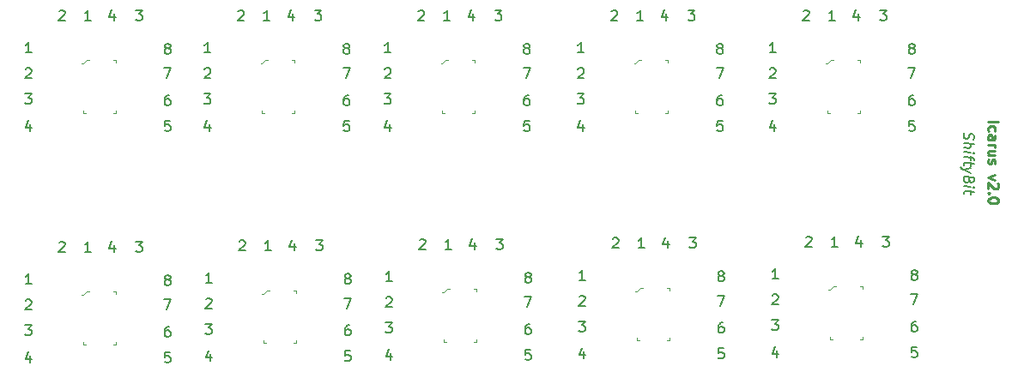
<source format=gbr>
G04 #@! TF.GenerationSoftware,KiCad,Pcbnew,(5.1.4)-1*
G04 #@! TF.CreationDate,2019-11-19T12:22:33-05:00*
G04 #@! TF.ProjectId,bob_ws2811_driver,626f625f-7773-4323-9831-315f64726976,rev?*
G04 #@! TF.SameCoordinates,Original*
G04 #@! TF.FileFunction,Legend,Top*
G04 #@! TF.FilePolarity,Positive*
%FSLAX46Y46*%
G04 Gerber Fmt 4.6, Leading zero omitted, Abs format (unit mm)*
G04 Created by KiCad (PCBNEW (5.1.4)-1) date 2019-11-19 12:22:33*
%MOMM*%
%LPD*%
G04 APERTURE LIST*
%ADD10C,0.150000*%
%ADD11C,0.250000*%
%ADD12C,0.100000*%
G04 APERTURE END LIST*
D10*
X195556238Y-46483586D02*
X195508619Y-46620491D01*
X195508619Y-46858586D01*
X195556238Y-46959776D01*
X195603857Y-47013348D01*
X195699095Y-47072872D01*
X195794333Y-47084776D01*
X195889571Y-47049062D01*
X195937190Y-47007395D01*
X195984809Y-46918110D01*
X196032428Y-46733586D01*
X196080047Y-46644300D01*
X196127666Y-46602633D01*
X196222904Y-46566919D01*
X196318142Y-46578824D01*
X196413380Y-46638348D01*
X196461000Y-46691919D01*
X196508619Y-46793110D01*
X196508619Y-47031205D01*
X196461000Y-47168110D01*
X195508619Y-47477633D02*
X196508619Y-47602633D01*
X195508619Y-47906205D02*
X196032428Y-47971681D01*
X196127666Y-47935967D01*
X196175285Y-47846681D01*
X196175285Y-47703824D01*
X196127666Y-47602633D01*
X196080047Y-47549062D01*
X195508619Y-48382395D02*
X196175285Y-48465729D01*
X196508619Y-48507395D02*
X196461000Y-48453824D01*
X196413380Y-48495491D01*
X196461000Y-48549062D01*
X196508619Y-48507395D01*
X196413380Y-48495491D01*
X196175285Y-48799062D02*
X196175285Y-49180014D01*
X195508619Y-48858586D02*
X196365761Y-48965729D01*
X196461000Y-49025252D01*
X196508619Y-49126443D01*
X196508619Y-49221681D01*
X196175285Y-49370491D02*
X196175285Y-49751443D01*
X196508619Y-49555014D02*
X195651476Y-49447872D01*
X195556238Y-49483586D01*
X195508619Y-49572872D01*
X195508619Y-49668110D01*
X196175285Y-49989538D02*
X195508619Y-50144300D01*
X196175285Y-50465729D02*
X195508619Y-50144300D01*
X195270523Y-50019300D01*
X195222904Y-49965729D01*
X195175285Y-49864538D01*
X196032428Y-51162157D02*
X195984809Y-51299062D01*
X195937190Y-51340729D01*
X195841952Y-51376443D01*
X195699095Y-51358586D01*
X195603857Y-51299062D01*
X195556238Y-51245491D01*
X195508619Y-51144300D01*
X195508619Y-50763348D01*
X196508619Y-50888348D01*
X196508619Y-51221681D01*
X196461000Y-51310967D01*
X196413380Y-51352633D01*
X196318142Y-51388348D01*
X196222904Y-51376443D01*
X196127666Y-51316919D01*
X196080047Y-51263348D01*
X196032428Y-51162157D01*
X196032428Y-50828824D01*
X195508619Y-51763348D02*
X196175285Y-51846681D01*
X196508619Y-51888348D02*
X196461000Y-51834776D01*
X196413380Y-51876443D01*
X196461000Y-51930014D01*
X196508619Y-51888348D01*
X196413380Y-51876443D01*
X196175285Y-52180014D02*
X196175285Y-52560967D01*
X196508619Y-52364538D02*
X195651476Y-52257395D01*
X195556238Y-52293110D01*
X195508619Y-52382395D01*
X195508619Y-52477633D01*
D11*
X197921619Y-45403000D02*
X198921619Y-45403000D01*
X197969238Y-46307761D02*
X197921619Y-46212523D01*
X197921619Y-46022047D01*
X197969238Y-45926809D01*
X198016857Y-45879190D01*
X198112095Y-45831571D01*
X198397809Y-45831571D01*
X198493047Y-45879190D01*
X198540666Y-45926809D01*
X198588285Y-46022047D01*
X198588285Y-46212523D01*
X198540666Y-46307761D01*
X197921619Y-47164904D02*
X198445428Y-47164904D01*
X198540666Y-47117285D01*
X198588285Y-47022047D01*
X198588285Y-46831571D01*
X198540666Y-46736333D01*
X197969238Y-47164904D02*
X197921619Y-47069666D01*
X197921619Y-46831571D01*
X197969238Y-46736333D01*
X198064476Y-46688714D01*
X198159714Y-46688714D01*
X198254952Y-46736333D01*
X198302571Y-46831571D01*
X198302571Y-47069666D01*
X198350190Y-47164904D01*
X197921619Y-47641095D02*
X198588285Y-47641095D01*
X198397809Y-47641095D02*
X198493047Y-47688714D01*
X198540666Y-47736333D01*
X198588285Y-47831571D01*
X198588285Y-47926809D01*
X198588285Y-48688714D02*
X197921619Y-48688714D01*
X198588285Y-48260142D02*
X198064476Y-48260142D01*
X197969238Y-48307761D01*
X197921619Y-48403000D01*
X197921619Y-48545857D01*
X197969238Y-48641095D01*
X198016857Y-48688714D01*
X197969238Y-49117285D02*
X197921619Y-49212523D01*
X197921619Y-49403000D01*
X197969238Y-49498238D01*
X198064476Y-49545857D01*
X198112095Y-49545857D01*
X198207333Y-49498238D01*
X198254952Y-49403000D01*
X198254952Y-49260142D01*
X198302571Y-49164904D01*
X198397809Y-49117285D01*
X198445428Y-49117285D01*
X198540666Y-49164904D01*
X198588285Y-49260142D01*
X198588285Y-49403000D01*
X198540666Y-49498238D01*
X198588285Y-50641095D02*
X197921619Y-50879190D01*
X198588285Y-51117285D01*
X198826380Y-51450619D02*
X198874000Y-51498238D01*
X198921619Y-51593476D01*
X198921619Y-51831571D01*
X198874000Y-51926809D01*
X198826380Y-51974428D01*
X198731142Y-52022047D01*
X198635904Y-52022047D01*
X198493047Y-51974428D01*
X197921619Y-51403000D01*
X197921619Y-52022047D01*
X198016857Y-52450619D02*
X197969238Y-52498238D01*
X197921619Y-52450619D01*
X197969238Y-52403000D01*
X198016857Y-52450619D01*
X197921619Y-52450619D01*
X198921619Y-53117285D02*
X198921619Y-53212523D01*
X198874000Y-53307761D01*
X198826380Y-53355380D01*
X198731142Y-53403000D01*
X198540666Y-53450619D01*
X198302571Y-53450619D01*
X198112095Y-53403000D01*
X198016857Y-53355380D01*
X197969238Y-53307761D01*
X197921619Y-53212523D01*
X197921619Y-53117285D01*
X197969238Y-53022047D01*
X198016857Y-52974428D01*
X198112095Y-52926809D01*
X198302571Y-52879190D01*
X198540666Y-52879190D01*
X198731142Y-52926809D01*
X198826380Y-52974428D01*
X198874000Y-53022047D01*
X198921619Y-53117285D01*
D10*
X190611095Y-45299380D02*
X190134904Y-45299380D01*
X190087285Y-45775571D01*
X190134904Y-45727952D01*
X190230142Y-45680333D01*
X190468238Y-45680333D01*
X190563476Y-45727952D01*
X190611095Y-45775571D01*
X190658714Y-45870809D01*
X190658714Y-46108904D01*
X190611095Y-46204142D01*
X190563476Y-46251761D01*
X190468238Y-46299380D01*
X190230142Y-46299380D01*
X190134904Y-46251761D01*
X190087285Y-46204142D01*
X190563476Y-42759380D02*
X190373000Y-42759380D01*
X190277761Y-42807000D01*
X190230142Y-42854619D01*
X190134904Y-42997476D01*
X190087285Y-43187952D01*
X190087285Y-43568904D01*
X190134904Y-43664142D01*
X190182523Y-43711761D01*
X190277761Y-43759380D01*
X190468238Y-43759380D01*
X190563476Y-43711761D01*
X190611095Y-43664142D01*
X190658714Y-43568904D01*
X190658714Y-43330809D01*
X190611095Y-43235571D01*
X190563476Y-43187952D01*
X190468238Y-43140333D01*
X190277761Y-43140333D01*
X190182523Y-43187952D01*
X190134904Y-43235571D01*
X190087285Y-43330809D01*
X190277761Y-38107952D02*
X190182523Y-38060333D01*
X190134904Y-38012714D01*
X190087285Y-37917476D01*
X190087285Y-37869857D01*
X190134904Y-37774619D01*
X190182523Y-37727000D01*
X190277761Y-37679380D01*
X190468238Y-37679380D01*
X190563476Y-37727000D01*
X190611095Y-37774619D01*
X190658714Y-37869857D01*
X190658714Y-37917476D01*
X190611095Y-38012714D01*
X190563476Y-38060333D01*
X190468238Y-38107952D01*
X190277761Y-38107952D01*
X190182523Y-38155571D01*
X190134904Y-38203190D01*
X190087285Y-38298428D01*
X190087285Y-38488904D01*
X190134904Y-38584142D01*
X190182523Y-38631761D01*
X190277761Y-38679380D01*
X190468238Y-38679380D01*
X190563476Y-38631761D01*
X190611095Y-38584142D01*
X190658714Y-38488904D01*
X190658714Y-38298428D01*
X190611095Y-38203190D01*
X190563476Y-38155571D01*
X190468238Y-38107952D01*
X176942714Y-38552380D02*
X176371285Y-38552380D01*
X176657000Y-38552380D02*
X176657000Y-37552380D01*
X176561761Y-37695238D01*
X176466523Y-37790476D01*
X176371285Y-37838095D01*
X179673285Y-34472619D02*
X179720904Y-34425000D01*
X179816142Y-34377380D01*
X180054238Y-34377380D01*
X180149476Y-34425000D01*
X180197095Y-34472619D01*
X180244714Y-34567857D01*
X180244714Y-34663095D01*
X180197095Y-34805952D01*
X179625666Y-35377380D01*
X180244714Y-35377380D01*
X176371285Y-40187619D02*
X176418904Y-40140000D01*
X176514142Y-40092380D01*
X176752238Y-40092380D01*
X176847476Y-40140000D01*
X176895095Y-40187619D01*
X176942714Y-40282857D01*
X176942714Y-40378095D01*
X176895095Y-40520952D01*
X176323666Y-41092380D01*
X176942714Y-41092380D01*
X176847476Y-45632714D02*
X176847476Y-46299380D01*
X176609380Y-45251761D02*
X176371285Y-45966047D01*
X176990333Y-45966047D01*
X187245666Y-34377380D02*
X187864714Y-34377380D01*
X187531380Y-34758333D01*
X187674238Y-34758333D01*
X187769476Y-34805952D01*
X187817095Y-34853571D01*
X187864714Y-34948809D01*
X187864714Y-35186904D01*
X187817095Y-35282142D01*
X187769476Y-35329761D01*
X187674238Y-35377380D01*
X187388523Y-35377380D01*
X187293285Y-35329761D01*
X187245666Y-35282142D01*
X182784714Y-35377380D02*
X182213285Y-35377380D01*
X182499000Y-35377380D02*
X182499000Y-34377380D01*
X182403761Y-34520238D01*
X182308523Y-34615476D01*
X182213285Y-34663095D01*
X176323666Y-42632380D02*
X176942714Y-42632380D01*
X176609380Y-43013333D01*
X176752238Y-43013333D01*
X176847476Y-43060952D01*
X176895095Y-43108571D01*
X176942714Y-43203809D01*
X176942714Y-43441904D01*
X176895095Y-43537142D01*
X176847476Y-43584761D01*
X176752238Y-43632380D01*
X176466523Y-43632380D01*
X176371285Y-43584761D01*
X176323666Y-43537142D01*
X190039666Y-40092380D02*
X190706333Y-40092380D01*
X190277761Y-41092380D01*
X185102476Y-34710714D02*
X185102476Y-35377380D01*
X184864380Y-34329761D02*
X184626285Y-35044047D01*
X185245333Y-35044047D01*
X171688095Y-45299380D02*
X171211904Y-45299380D01*
X171164285Y-45775571D01*
X171211904Y-45727952D01*
X171307142Y-45680333D01*
X171545238Y-45680333D01*
X171640476Y-45727952D01*
X171688095Y-45775571D01*
X171735714Y-45870809D01*
X171735714Y-46108904D01*
X171688095Y-46204142D01*
X171640476Y-46251761D01*
X171545238Y-46299380D01*
X171307142Y-46299380D01*
X171211904Y-46251761D01*
X171164285Y-46204142D01*
X171640476Y-42759380D02*
X171450000Y-42759380D01*
X171354761Y-42807000D01*
X171307142Y-42854619D01*
X171211904Y-42997476D01*
X171164285Y-43187952D01*
X171164285Y-43568904D01*
X171211904Y-43664142D01*
X171259523Y-43711761D01*
X171354761Y-43759380D01*
X171545238Y-43759380D01*
X171640476Y-43711761D01*
X171688095Y-43664142D01*
X171735714Y-43568904D01*
X171735714Y-43330809D01*
X171688095Y-43235571D01*
X171640476Y-43187952D01*
X171545238Y-43140333D01*
X171354761Y-43140333D01*
X171259523Y-43187952D01*
X171211904Y-43235571D01*
X171164285Y-43330809D01*
X158019714Y-38552380D02*
X157448285Y-38552380D01*
X157734000Y-38552380D02*
X157734000Y-37552380D01*
X157638761Y-37695238D01*
X157543523Y-37790476D01*
X157448285Y-37838095D01*
X171354761Y-38107952D02*
X171259523Y-38060333D01*
X171211904Y-38012714D01*
X171164285Y-37917476D01*
X171164285Y-37869857D01*
X171211904Y-37774619D01*
X171259523Y-37727000D01*
X171354761Y-37679380D01*
X171545238Y-37679380D01*
X171640476Y-37727000D01*
X171688095Y-37774619D01*
X171735714Y-37869857D01*
X171735714Y-37917476D01*
X171688095Y-38012714D01*
X171640476Y-38060333D01*
X171545238Y-38107952D01*
X171354761Y-38107952D01*
X171259523Y-38155571D01*
X171211904Y-38203190D01*
X171164285Y-38298428D01*
X171164285Y-38488904D01*
X171211904Y-38584142D01*
X171259523Y-38631761D01*
X171354761Y-38679380D01*
X171545238Y-38679380D01*
X171640476Y-38631761D01*
X171688095Y-38584142D01*
X171735714Y-38488904D01*
X171735714Y-38298428D01*
X171688095Y-38203190D01*
X171640476Y-38155571D01*
X171545238Y-38107952D01*
X157448285Y-40187619D02*
X157495904Y-40140000D01*
X157591142Y-40092380D01*
X157829238Y-40092380D01*
X157924476Y-40140000D01*
X157972095Y-40187619D01*
X158019714Y-40282857D01*
X158019714Y-40378095D01*
X157972095Y-40520952D01*
X157400666Y-41092380D01*
X158019714Y-41092380D01*
X157924476Y-45632714D02*
X157924476Y-46299380D01*
X157686380Y-45251761D02*
X157448285Y-45966047D01*
X158067333Y-45966047D01*
X168322666Y-34377380D02*
X168941714Y-34377380D01*
X168608380Y-34758333D01*
X168751238Y-34758333D01*
X168846476Y-34805952D01*
X168894095Y-34853571D01*
X168941714Y-34948809D01*
X168941714Y-35186904D01*
X168894095Y-35282142D01*
X168846476Y-35329761D01*
X168751238Y-35377380D01*
X168465523Y-35377380D01*
X168370285Y-35329761D01*
X168322666Y-35282142D01*
X160750285Y-34472619D02*
X160797904Y-34425000D01*
X160893142Y-34377380D01*
X161131238Y-34377380D01*
X161226476Y-34425000D01*
X161274095Y-34472619D01*
X161321714Y-34567857D01*
X161321714Y-34663095D01*
X161274095Y-34805952D01*
X160702666Y-35377380D01*
X161321714Y-35377380D01*
X157400666Y-42632380D02*
X158019714Y-42632380D01*
X157686380Y-43013333D01*
X157829238Y-43013333D01*
X157924476Y-43060952D01*
X157972095Y-43108571D01*
X158019714Y-43203809D01*
X158019714Y-43441904D01*
X157972095Y-43537142D01*
X157924476Y-43584761D01*
X157829238Y-43632380D01*
X157543523Y-43632380D01*
X157448285Y-43584761D01*
X157400666Y-43537142D01*
X171116666Y-40092380D02*
X171783333Y-40092380D01*
X171354761Y-41092380D01*
X163861714Y-35377380D02*
X163290285Y-35377380D01*
X163576000Y-35377380D02*
X163576000Y-34377380D01*
X163480761Y-34520238D01*
X163385523Y-34615476D01*
X163290285Y-34663095D01*
X166179476Y-34710714D02*
X166179476Y-35377380D01*
X165941380Y-34329761D02*
X165703285Y-35044047D01*
X166322333Y-35044047D01*
X138969714Y-38552380D02*
X138398285Y-38552380D01*
X138684000Y-38552380D02*
X138684000Y-37552380D01*
X138588761Y-37695238D01*
X138493523Y-37790476D01*
X138398285Y-37838095D01*
X138874476Y-45632714D02*
X138874476Y-46299380D01*
X138636380Y-45251761D02*
X138398285Y-45966047D01*
X139017333Y-45966047D01*
X152590476Y-42759380D02*
X152400000Y-42759380D01*
X152304761Y-42807000D01*
X152257142Y-42854619D01*
X152161904Y-42997476D01*
X152114285Y-43187952D01*
X152114285Y-43568904D01*
X152161904Y-43664142D01*
X152209523Y-43711761D01*
X152304761Y-43759380D01*
X152495238Y-43759380D01*
X152590476Y-43711761D01*
X152638095Y-43664142D01*
X152685714Y-43568904D01*
X152685714Y-43330809D01*
X152638095Y-43235571D01*
X152590476Y-43187952D01*
X152495238Y-43140333D01*
X152304761Y-43140333D01*
X152209523Y-43187952D01*
X152161904Y-43235571D01*
X152114285Y-43330809D01*
X149272666Y-34377380D02*
X149891714Y-34377380D01*
X149558380Y-34758333D01*
X149701238Y-34758333D01*
X149796476Y-34805952D01*
X149844095Y-34853571D01*
X149891714Y-34948809D01*
X149891714Y-35186904D01*
X149844095Y-35282142D01*
X149796476Y-35329761D01*
X149701238Y-35377380D01*
X149415523Y-35377380D01*
X149320285Y-35329761D01*
X149272666Y-35282142D01*
X144811714Y-35377380D02*
X144240285Y-35377380D01*
X144526000Y-35377380D02*
X144526000Y-34377380D01*
X144430761Y-34520238D01*
X144335523Y-34615476D01*
X144240285Y-34663095D01*
X152066666Y-40092380D02*
X152733333Y-40092380D01*
X152304761Y-41092380D01*
X138398285Y-40187619D02*
X138445904Y-40140000D01*
X138541142Y-40092380D01*
X138779238Y-40092380D01*
X138874476Y-40140000D01*
X138922095Y-40187619D01*
X138969714Y-40282857D01*
X138969714Y-40378095D01*
X138922095Y-40520952D01*
X138350666Y-41092380D01*
X138969714Y-41092380D01*
X141700285Y-34472619D02*
X141747904Y-34425000D01*
X141843142Y-34377380D01*
X142081238Y-34377380D01*
X142176476Y-34425000D01*
X142224095Y-34472619D01*
X142271714Y-34567857D01*
X142271714Y-34663095D01*
X142224095Y-34805952D01*
X141652666Y-35377380D01*
X142271714Y-35377380D01*
X147129476Y-34710714D02*
X147129476Y-35377380D01*
X146891380Y-34329761D02*
X146653285Y-35044047D01*
X147272333Y-35044047D01*
X152638095Y-45299380D02*
X152161904Y-45299380D01*
X152114285Y-45775571D01*
X152161904Y-45727952D01*
X152257142Y-45680333D01*
X152495238Y-45680333D01*
X152590476Y-45727952D01*
X152638095Y-45775571D01*
X152685714Y-45870809D01*
X152685714Y-46108904D01*
X152638095Y-46204142D01*
X152590476Y-46251761D01*
X152495238Y-46299380D01*
X152257142Y-46299380D01*
X152161904Y-46251761D01*
X152114285Y-46204142D01*
X138350666Y-42632380D02*
X138969714Y-42632380D01*
X138636380Y-43013333D01*
X138779238Y-43013333D01*
X138874476Y-43060952D01*
X138922095Y-43108571D01*
X138969714Y-43203809D01*
X138969714Y-43441904D01*
X138922095Y-43537142D01*
X138874476Y-43584761D01*
X138779238Y-43632380D01*
X138493523Y-43632380D01*
X138398285Y-43584761D01*
X138350666Y-43537142D01*
X152304761Y-38107952D02*
X152209523Y-38060333D01*
X152161904Y-38012714D01*
X152114285Y-37917476D01*
X152114285Y-37869857D01*
X152161904Y-37774619D01*
X152209523Y-37727000D01*
X152304761Y-37679380D01*
X152495238Y-37679380D01*
X152590476Y-37727000D01*
X152638095Y-37774619D01*
X152685714Y-37869857D01*
X152685714Y-37917476D01*
X152638095Y-38012714D01*
X152590476Y-38060333D01*
X152495238Y-38107952D01*
X152304761Y-38107952D01*
X152209523Y-38155571D01*
X152161904Y-38203190D01*
X152114285Y-38298428D01*
X152114285Y-38488904D01*
X152161904Y-38584142D01*
X152209523Y-38631761D01*
X152304761Y-38679380D01*
X152495238Y-38679380D01*
X152590476Y-38631761D01*
X152638095Y-38584142D01*
X152685714Y-38488904D01*
X152685714Y-38298428D01*
X152638095Y-38203190D01*
X152590476Y-38155571D01*
X152495238Y-38107952D01*
X121189714Y-38552380D02*
X120618285Y-38552380D01*
X120904000Y-38552380D02*
X120904000Y-37552380D01*
X120808761Y-37695238D01*
X120713523Y-37790476D01*
X120618285Y-37838095D01*
X134858095Y-45299380D02*
X134381904Y-45299380D01*
X134334285Y-45775571D01*
X134381904Y-45727952D01*
X134477142Y-45680333D01*
X134715238Y-45680333D01*
X134810476Y-45727952D01*
X134858095Y-45775571D01*
X134905714Y-45870809D01*
X134905714Y-46108904D01*
X134858095Y-46204142D01*
X134810476Y-46251761D01*
X134715238Y-46299380D01*
X134477142Y-46299380D01*
X134381904Y-46251761D01*
X134334285Y-46204142D01*
X121094476Y-45632714D02*
X121094476Y-46299380D01*
X120856380Y-45251761D02*
X120618285Y-45966047D01*
X121237333Y-45966047D01*
X134524761Y-38107952D02*
X134429523Y-38060333D01*
X134381904Y-38012714D01*
X134334285Y-37917476D01*
X134334285Y-37869857D01*
X134381904Y-37774619D01*
X134429523Y-37727000D01*
X134524761Y-37679380D01*
X134715238Y-37679380D01*
X134810476Y-37727000D01*
X134858095Y-37774619D01*
X134905714Y-37869857D01*
X134905714Y-37917476D01*
X134858095Y-38012714D01*
X134810476Y-38060333D01*
X134715238Y-38107952D01*
X134524761Y-38107952D01*
X134429523Y-38155571D01*
X134381904Y-38203190D01*
X134334285Y-38298428D01*
X134334285Y-38488904D01*
X134381904Y-38584142D01*
X134429523Y-38631761D01*
X134524761Y-38679380D01*
X134715238Y-38679380D01*
X134810476Y-38631761D01*
X134858095Y-38584142D01*
X134905714Y-38488904D01*
X134905714Y-38298428D01*
X134858095Y-38203190D01*
X134810476Y-38155571D01*
X134715238Y-38107952D01*
X134810476Y-42759380D02*
X134620000Y-42759380D01*
X134524761Y-42807000D01*
X134477142Y-42854619D01*
X134381904Y-42997476D01*
X134334285Y-43187952D01*
X134334285Y-43568904D01*
X134381904Y-43664142D01*
X134429523Y-43711761D01*
X134524761Y-43759380D01*
X134715238Y-43759380D01*
X134810476Y-43711761D01*
X134858095Y-43664142D01*
X134905714Y-43568904D01*
X134905714Y-43330809D01*
X134858095Y-43235571D01*
X134810476Y-43187952D01*
X134715238Y-43140333D01*
X134524761Y-43140333D01*
X134429523Y-43187952D01*
X134381904Y-43235571D01*
X134334285Y-43330809D01*
X120570666Y-42632380D02*
X121189714Y-42632380D01*
X120856380Y-43013333D01*
X120999238Y-43013333D01*
X121094476Y-43060952D01*
X121142095Y-43108571D01*
X121189714Y-43203809D01*
X121189714Y-43441904D01*
X121142095Y-43537142D01*
X121094476Y-43584761D01*
X120999238Y-43632380D01*
X120713523Y-43632380D01*
X120618285Y-43584761D01*
X120570666Y-43537142D01*
X134286666Y-40092380D02*
X134953333Y-40092380D01*
X134524761Y-41092380D01*
X120618285Y-40187619D02*
X120665904Y-40140000D01*
X120761142Y-40092380D01*
X120999238Y-40092380D01*
X121094476Y-40140000D01*
X121142095Y-40187619D01*
X121189714Y-40282857D01*
X121189714Y-40378095D01*
X121142095Y-40520952D01*
X120570666Y-41092380D01*
X121189714Y-41092380D01*
X131492666Y-34377380D02*
X132111714Y-34377380D01*
X131778380Y-34758333D01*
X131921238Y-34758333D01*
X132016476Y-34805952D01*
X132064095Y-34853571D01*
X132111714Y-34948809D01*
X132111714Y-35186904D01*
X132064095Y-35282142D01*
X132016476Y-35329761D01*
X131921238Y-35377380D01*
X131635523Y-35377380D01*
X131540285Y-35329761D01*
X131492666Y-35282142D01*
X123920285Y-34472619D02*
X123967904Y-34425000D01*
X124063142Y-34377380D01*
X124301238Y-34377380D01*
X124396476Y-34425000D01*
X124444095Y-34472619D01*
X124491714Y-34567857D01*
X124491714Y-34663095D01*
X124444095Y-34805952D01*
X123872666Y-35377380D01*
X124491714Y-35377380D01*
X127031714Y-35377380D02*
X126460285Y-35377380D01*
X126746000Y-35377380D02*
X126746000Y-34377380D01*
X126650761Y-34520238D01*
X126555523Y-34615476D01*
X126460285Y-34663095D01*
X129349476Y-34710714D02*
X129349476Y-35377380D01*
X129111380Y-34329761D02*
X128873285Y-35044047D01*
X129492333Y-35044047D01*
X177196714Y-60904380D02*
X176625285Y-60904380D01*
X176911000Y-60904380D02*
X176911000Y-59904380D01*
X176815761Y-60047238D01*
X176720523Y-60142476D01*
X176625285Y-60190095D01*
X185356476Y-57062714D02*
X185356476Y-57729380D01*
X185118380Y-56681761D02*
X184880285Y-57396047D01*
X185499333Y-57396047D01*
X179927285Y-56824619D02*
X179974904Y-56777000D01*
X180070142Y-56729380D01*
X180308238Y-56729380D01*
X180403476Y-56777000D01*
X180451095Y-56824619D01*
X180498714Y-56919857D01*
X180498714Y-57015095D01*
X180451095Y-57157952D01*
X179879666Y-57729380D01*
X180498714Y-57729380D01*
X183038714Y-57729380D02*
X182467285Y-57729380D01*
X182753000Y-57729380D02*
X182753000Y-56729380D01*
X182657761Y-56872238D01*
X182562523Y-56967476D01*
X182467285Y-57015095D01*
X176577666Y-64984380D02*
X177196714Y-64984380D01*
X176863380Y-65365333D01*
X177006238Y-65365333D01*
X177101476Y-65412952D01*
X177149095Y-65460571D01*
X177196714Y-65555809D01*
X177196714Y-65793904D01*
X177149095Y-65889142D01*
X177101476Y-65936761D01*
X177006238Y-65984380D01*
X176720523Y-65984380D01*
X176625285Y-65936761D01*
X176577666Y-65889142D01*
X187499666Y-56729380D02*
X188118714Y-56729380D01*
X187785380Y-57110333D01*
X187928238Y-57110333D01*
X188023476Y-57157952D01*
X188071095Y-57205571D01*
X188118714Y-57300809D01*
X188118714Y-57538904D01*
X188071095Y-57634142D01*
X188023476Y-57681761D01*
X187928238Y-57729380D01*
X187642523Y-57729380D01*
X187547285Y-57681761D01*
X187499666Y-57634142D01*
X190817476Y-65111380D02*
X190627000Y-65111380D01*
X190531761Y-65159000D01*
X190484142Y-65206619D01*
X190388904Y-65349476D01*
X190341285Y-65539952D01*
X190341285Y-65920904D01*
X190388904Y-66016142D01*
X190436523Y-66063761D01*
X190531761Y-66111380D01*
X190722238Y-66111380D01*
X190817476Y-66063761D01*
X190865095Y-66016142D01*
X190912714Y-65920904D01*
X190912714Y-65682809D01*
X190865095Y-65587571D01*
X190817476Y-65539952D01*
X190722238Y-65492333D01*
X190531761Y-65492333D01*
X190436523Y-65539952D01*
X190388904Y-65587571D01*
X190341285Y-65682809D01*
X190531761Y-60459952D02*
X190436523Y-60412333D01*
X190388904Y-60364714D01*
X190341285Y-60269476D01*
X190341285Y-60221857D01*
X190388904Y-60126619D01*
X190436523Y-60079000D01*
X190531761Y-60031380D01*
X190722238Y-60031380D01*
X190817476Y-60079000D01*
X190865095Y-60126619D01*
X190912714Y-60221857D01*
X190912714Y-60269476D01*
X190865095Y-60364714D01*
X190817476Y-60412333D01*
X190722238Y-60459952D01*
X190531761Y-60459952D01*
X190436523Y-60507571D01*
X190388904Y-60555190D01*
X190341285Y-60650428D01*
X190341285Y-60840904D01*
X190388904Y-60936142D01*
X190436523Y-60983761D01*
X190531761Y-61031380D01*
X190722238Y-61031380D01*
X190817476Y-60983761D01*
X190865095Y-60936142D01*
X190912714Y-60840904D01*
X190912714Y-60650428D01*
X190865095Y-60555190D01*
X190817476Y-60507571D01*
X190722238Y-60459952D01*
X190865095Y-67651380D02*
X190388904Y-67651380D01*
X190341285Y-68127571D01*
X190388904Y-68079952D01*
X190484142Y-68032333D01*
X190722238Y-68032333D01*
X190817476Y-68079952D01*
X190865095Y-68127571D01*
X190912714Y-68222809D01*
X190912714Y-68460904D01*
X190865095Y-68556142D01*
X190817476Y-68603761D01*
X190722238Y-68651380D01*
X190484142Y-68651380D01*
X190388904Y-68603761D01*
X190341285Y-68556142D01*
X176625285Y-62539619D02*
X176672904Y-62492000D01*
X176768142Y-62444380D01*
X177006238Y-62444380D01*
X177101476Y-62492000D01*
X177149095Y-62539619D01*
X177196714Y-62634857D01*
X177196714Y-62730095D01*
X177149095Y-62872952D01*
X176577666Y-63444380D01*
X177196714Y-63444380D01*
X190293666Y-62444380D02*
X190960333Y-62444380D01*
X190531761Y-63444380D01*
X177101476Y-67984714D02*
X177101476Y-68651380D01*
X176863380Y-67603761D02*
X176625285Y-68318047D01*
X177244333Y-68318047D01*
X166306476Y-57189714D02*
X166306476Y-57856380D01*
X166068380Y-56808761D02*
X165830285Y-57523047D01*
X166449333Y-57523047D01*
X160877285Y-56951619D02*
X160924904Y-56904000D01*
X161020142Y-56856380D01*
X161258238Y-56856380D01*
X161353476Y-56904000D01*
X161401095Y-56951619D01*
X161448714Y-57046857D01*
X161448714Y-57142095D01*
X161401095Y-57284952D01*
X160829666Y-57856380D01*
X161448714Y-57856380D01*
X158146714Y-61031380D02*
X157575285Y-61031380D01*
X157861000Y-61031380D02*
X157861000Y-60031380D01*
X157765761Y-60174238D01*
X157670523Y-60269476D01*
X157575285Y-60317095D01*
X157527666Y-65111380D02*
X158146714Y-65111380D01*
X157813380Y-65492333D01*
X157956238Y-65492333D01*
X158051476Y-65539952D01*
X158099095Y-65587571D01*
X158146714Y-65682809D01*
X158146714Y-65920904D01*
X158099095Y-66016142D01*
X158051476Y-66063761D01*
X157956238Y-66111380D01*
X157670523Y-66111380D01*
X157575285Y-66063761D01*
X157527666Y-66016142D01*
X168449666Y-56856380D02*
X169068714Y-56856380D01*
X168735380Y-57237333D01*
X168878238Y-57237333D01*
X168973476Y-57284952D01*
X169021095Y-57332571D01*
X169068714Y-57427809D01*
X169068714Y-57665904D01*
X169021095Y-57761142D01*
X168973476Y-57808761D01*
X168878238Y-57856380D01*
X168592523Y-57856380D01*
X168497285Y-57808761D01*
X168449666Y-57761142D01*
X171767476Y-65238380D02*
X171577000Y-65238380D01*
X171481761Y-65286000D01*
X171434142Y-65333619D01*
X171338904Y-65476476D01*
X171291285Y-65666952D01*
X171291285Y-66047904D01*
X171338904Y-66143142D01*
X171386523Y-66190761D01*
X171481761Y-66238380D01*
X171672238Y-66238380D01*
X171767476Y-66190761D01*
X171815095Y-66143142D01*
X171862714Y-66047904D01*
X171862714Y-65809809D01*
X171815095Y-65714571D01*
X171767476Y-65666952D01*
X171672238Y-65619333D01*
X171481761Y-65619333D01*
X171386523Y-65666952D01*
X171338904Y-65714571D01*
X171291285Y-65809809D01*
X163988714Y-57856380D02*
X163417285Y-57856380D01*
X163703000Y-57856380D02*
X163703000Y-56856380D01*
X163607761Y-56999238D01*
X163512523Y-57094476D01*
X163417285Y-57142095D01*
X171481761Y-60586952D02*
X171386523Y-60539333D01*
X171338904Y-60491714D01*
X171291285Y-60396476D01*
X171291285Y-60348857D01*
X171338904Y-60253619D01*
X171386523Y-60206000D01*
X171481761Y-60158380D01*
X171672238Y-60158380D01*
X171767476Y-60206000D01*
X171815095Y-60253619D01*
X171862714Y-60348857D01*
X171862714Y-60396476D01*
X171815095Y-60491714D01*
X171767476Y-60539333D01*
X171672238Y-60586952D01*
X171481761Y-60586952D01*
X171386523Y-60634571D01*
X171338904Y-60682190D01*
X171291285Y-60777428D01*
X171291285Y-60967904D01*
X171338904Y-61063142D01*
X171386523Y-61110761D01*
X171481761Y-61158380D01*
X171672238Y-61158380D01*
X171767476Y-61110761D01*
X171815095Y-61063142D01*
X171862714Y-60967904D01*
X171862714Y-60777428D01*
X171815095Y-60682190D01*
X171767476Y-60634571D01*
X171672238Y-60586952D01*
X171815095Y-67778380D02*
X171338904Y-67778380D01*
X171291285Y-68254571D01*
X171338904Y-68206952D01*
X171434142Y-68159333D01*
X171672238Y-68159333D01*
X171767476Y-68206952D01*
X171815095Y-68254571D01*
X171862714Y-68349809D01*
X171862714Y-68587904D01*
X171815095Y-68683142D01*
X171767476Y-68730761D01*
X171672238Y-68778380D01*
X171434142Y-68778380D01*
X171338904Y-68730761D01*
X171291285Y-68683142D01*
X158051476Y-68111714D02*
X158051476Y-68778380D01*
X157813380Y-67730761D02*
X157575285Y-68445047D01*
X158194333Y-68445047D01*
X157575285Y-62666619D02*
X157622904Y-62619000D01*
X157718142Y-62571380D01*
X157956238Y-62571380D01*
X158051476Y-62619000D01*
X158099095Y-62666619D01*
X158146714Y-62761857D01*
X158146714Y-62857095D01*
X158099095Y-62999952D01*
X157527666Y-63571380D01*
X158146714Y-63571380D01*
X171243666Y-62571380D02*
X171910333Y-62571380D01*
X171481761Y-63571380D01*
X138477666Y-65238380D02*
X139096714Y-65238380D01*
X138763380Y-65619333D01*
X138906238Y-65619333D01*
X139001476Y-65666952D01*
X139049095Y-65714571D01*
X139096714Y-65809809D01*
X139096714Y-66047904D01*
X139049095Y-66143142D01*
X139001476Y-66190761D01*
X138906238Y-66238380D01*
X138620523Y-66238380D01*
X138525285Y-66190761D01*
X138477666Y-66143142D01*
X147256476Y-57316714D02*
X147256476Y-57983380D01*
X147018380Y-56935761D02*
X146780285Y-57650047D01*
X147399333Y-57650047D01*
X152431761Y-60713952D02*
X152336523Y-60666333D01*
X152288904Y-60618714D01*
X152241285Y-60523476D01*
X152241285Y-60475857D01*
X152288904Y-60380619D01*
X152336523Y-60333000D01*
X152431761Y-60285380D01*
X152622238Y-60285380D01*
X152717476Y-60333000D01*
X152765095Y-60380619D01*
X152812714Y-60475857D01*
X152812714Y-60523476D01*
X152765095Y-60618714D01*
X152717476Y-60666333D01*
X152622238Y-60713952D01*
X152431761Y-60713952D01*
X152336523Y-60761571D01*
X152288904Y-60809190D01*
X152241285Y-60904428D01*
X152241285Y-61094904D01*
X152288904Y-61190142D01*
X152336523Y-61237761D01*
X152431761Y-61285380D01*
X152622238Y-61285380D01*
X152717476Y-61237761D01*
X152765095Y-61190142D01*
X152812714Y-61094904D01*
X152812714Y-60904428D01*
X152765095Y-60809190D01*
X152717476Y-60761571D01*
X152622238Y-60713952D01*
X139001476Y-68238714D02*
X139001476Y-68905380D01*
X138763380Y-67857761D02*
X138525285Y-68572047D01*
X139144333Y-68572047D01*
X141827285Y-57078619D02*
X141874904Y-57031000D01*
X141970142Y-56983380D01*
X142208238Y-56983380D01*
X142303476Y-57031000D01*
X142351095Y-57078619D01*
X142398714Y-57173857D01*
X142398714Y-57269095D01*
X142351095Y-57411952D01*
X141779666Y-57983380D01*
X142398714Y-57983380D01*
X144938714Y-57983380D02*
X144367285Y-57983380D01*
X144653000Y-57983380D02*
X144653000Y-56983380D01*
X144557761Y-57126238D01*
X144462523Y-57221476D01*
X144367285Y-57269095D01*
X138525285Y-62793619D02*
X138572904Y-62746000D01*
X138668142Y-62698380D01*
X138906238Y-62698380D01*
X139001476Y-62746000D01*
X139049095Y-62793619D01*
X139096714Y-62888857D01*
X139096714Y-62984095D01*
X139049095Y-63126952D01*
X138477666Y-63698380D01*
X139096714Y-63698380D01*
X152765095Y-67905380D02*
X152288904Y-67905380D01*
X152241285Y-68381571D01*
X152288904Y-68333952D01*
X152384142Y-68286333D01*
X152622238Y-68286333D01*
X152717476Y-68333952D01*
X152765095Y-68381571D01*
X152812714Y-68476809D01*
X152812714Y-68714904D01*
X152765095Y-68810142D01*
X152717476Y-68857761D01*
X152622238Y-68905380D01*
X152384142Y-68905380D01*
X152288904Y-68857761D01*
X152241285Y-68810142D01*
X152717476Y-65365380D02*
X152527000Y-65365380D01*
X152431761Y-65413000D01*
X152384142Y-65460619D01*
X152288904Y-65603476D01*
X152241285Y-65793952D01*
X152241285Y-66174904D01*
X152288904Y-66270142D01*
X152336523Y-66317761D01*
X152431761Y-66365380D01*
X152622238Y-66365380D01*
X152717476Y-66317761D01*
X152765095Y-66270142D01*
X152812714Y-66174904D01*
X152812714Y-65936809D01*
X152765095Y-65841571D01*
X152717476Y-65793952D01*
X152622238Y-65746333D01*
X152431761Y-65746333D01*
X152336523Y-65793952D01*
X152288904Y-65841571D01*
X152241285Y-65936809D01*
X149399666Y-56983380D02*
X150018714Y-56983380D01*
X149685380Y-57364333D01*
X149828238Y-57364333D01*
X149923476Y-57411952D01*
X149971095Y-57459571D01*
X150018714Y-57554809D01*
X150018714Y-57792904D01*
X149971095Y-57888142D01*
X149923476Y-57935761D01*
X149828238Y-57983380D01*
X149542523Y-57983380D01*
X149447285Y-57935761D01*
X149399666Y-57888142D01*
X152193666Y-62698380D02*
X152860333Y-62698380D01*
X152431761Y-63698380D01*
X139096714Y-61158380D02*
X138525285Y-61158380D01*
X138811000Y-61158380D02*
X138811000Y-60158380D01*
X138715761Y-60301238D01*
X138620523Y-60396476D01*
X138525285Y-60444095D01*
X120697666Y-65365380D02*
X121316714Y-65365380D01*
X120983380Y-65746333D01*
X121126238Y-65746333D01*
X121221476Y-65793952D01*
X121269095Y-65841571D01*
X121316714Y-65936809D01*
X121316714Y-66174904D01*
X121269095Y-66270142D01*
X121221476Y-66317761D01*
X121126238Y-66365380D01*
X120840523Y-66365380D01*
X120745285Y-66317761D01*
X120697666Y-66270142D01*
X121221476Y-68365714D02*
X121221476Y-69032380D01*
X120983380Y-67984761D02*
X120745285Y-68699047D01*
X121364333Y-68699047D01*
X134413666Y-62825380D02*
X135080333Y-62825380D01*
X134651761Y-63825380D01*
X120745285Y-62920619D02*
X120792904Y-62873000D01*
X120888142Y-62825380D01*
X121126238Y-62825380D01*
X121221476Y-62873000D01*
X121269095Y-62920619D01*
X121316714Y-63015857D01*
X121316714Y-63111095D01*
X121269095Y-63253952D01*
X120697666Y-63825380D01*
X121316714Y-63825380D01*
X134651761Y-60840952D02*
X134556523Y-60793333D01*
X134508904Y-60745714D01*
X134461285Y-60650476D01*
X134461285Y-60602857D01*
X134508904Y-60507619D01*
X134556523Y-60460000D01*
X134651761Y-60412380D01*
X134842238Y-60412380D01*
X134937476Y-60460000D01*
X134985095Y-60507619D01*
X135032714Y-60602857D01*
X135032714Y-60650476D01*
X134985095Y-60745714D01*
X134937476Y-60793333D01*
X134842238Y-60840952D01*
X134651761Y-60840952D01*
X134556523Y-60888571D01*
X134508904Y-60936190D01*
X134461285Y-61031428D01*
X134461285Y-61221904D01*
X134508904Y-61317142D01*
X134556523Y-61364761D01*
X134651761Y-61412380D01*
X134842238Y-61412380D01*
X134937476Y-61364761D01*
X134985095Y-61317142D01*
X135032714Y-61221904D01*
X135032714Y-61031428D01*
X134985095Y-60936190D01*
X134937476Y-60888571D01*
X134842238Y-60840952D01*
X124047285Y-57205619D02*
X124094904Y-57158000D01*
X124190142Y-57110380D01*
X124428238Y-57110380D01*
X124523476Y-57158000D01*
X124571095Y-57205619D01*
X124618714Y-57300857D01*
X124618714Y-57396095D01*
X124571095Y-57538952D01*
X123999666Y-58110380D01*
X124618714Y-58110380D01*
X129476476Y-57443714D02*
X129476476Y-58110380D01*
X129238380Y-57062761D02*
X129000285Y-57777047D01*
X129619333Y-57777047D01*
X127158714Y-58110380D02*
X126587285Y-58110380D01*
X126873000Y-58110380D02*
X126873000Y-57110380D01*
X126777761Y-57253238D01*
X126682523Y-57348476D01*
X126587285Y-57396095D01*
X121316714Y-61285380D02*
X120745285Y-61285380D01*
X121031000Y-61285380D02*
X121031000Y-60285380D01*
X120935761Y-60428238D01*
X120840523Y-60523476D01*
X120745285Y-60571095D01*
X134985095Y-68032380D02*
X134508904Y-68032380D01*
X134461285Y-68508571D01*
X134508904Y-68460952D01*
X134604142Y-68413333D01*
X134842238Y-68413333D01*
X134937476Y-68460952D01*
X134985095Y-68508571D01*
X135032714Y-68603809D01*
X135032714Y-68841904D01*
X134985095Y-68937142D01*
X134937476Y-68984761D01*
X134842238Y-69032380D01*
X134604142Y-69032380D01*
X134508904Y-68984761D01*
X134461285Y-68937142D01*
X131619666Y-57110380D02*
X132238714Y-57110380D01*
X131905380Y-57491333D01*
X132048238Y-57491333D01*
X132143476Y-57538952D01*
X132191095Y-57586571D01*
X132238714Y-57681809D01*
X132238714Y-57919904D01*
X132191095Y-58015142D01*
X132143476Y-58062761D01*
X132048238Y-58110380D01*
X131762523Y-58110380D01*
X131667285Y-58062761D01*
X131619666Y-58015142D01*
X134937476Y-65492380D02*
X134747000Y-65492380D01*
X134651761Y-65540000D01*
X134604142Y-65587619D01*
X134508904Y-65730476D01*
X134461285Y-65920952D01*
X134461285Y-66301904D01*
X134508904Y-66397142D01*
X134556523Y-66444761D01*
X134651761Y-66492380D01*
X134842238Y-66492380D01*
X134937476Y-66444761D01*
X134985095Y-66397142D01*
X135032714Y-66301904D01*
X135032714Y-66063809D01*
X134985095Y-65968571D01*
X134937476Y-65920952D01*
X134842238Y-65873333D01*
X134651761Y-65873333D01*
X134556523Y-65920952D01*
X134508904Y-65968571D01*
X134461285Y-66063809D01*
X103536714Y-61412380D02*
X102965285Y-61412380D01*
X103251000Y-61412380D02*
X103251000Y-60412380D01*
X103155761Y-60555238D01*
X103060523Y-60650476D01*
X102965285Y-60698095D01*
X117205095Y-68159380D02*
X116728904Y-68159380D01*
X116681285Y-68635571D01*
X116728904Y-68587952D01*
X116824142Y-68540333D01*
X117062238Y-68540333D01*
X117157476Y-68587952D01*
X117205095Y-68635571D01*
X117252714Y-68730809D01*
X117252714Y-68968904D01*
X117205095Y-69064142D01*
X117157476Y-69111761D01*
X117062238Y-69159380D01*
X116824142Y-69159380D01*
X116728904Y-69111761D01*
X116681285Y-69064142D01*
X103441476Y-68492714D02*
X103441476Y-69159380D01*
X103203380Y-68111761D02*
X102965285Y-68826047D01*
X103584333Y-68826047D01*
X116871761Y-60967952D02*
X116776523Y-60920333D01*
X116728904Y-60872714D01*
X116681285Y-60777476D01*
X116681285Y-60729857D01*
X116728904Y-60634619D01*
X116776523Y-60587000D01*
X116871761Y-60539380D01*
X117062238Y-60539380D01*
X117157476Y-60587000D01*
X117205095Y-60634619D01*
X117252714Y-60729857D01*
X117252714Y-60777476D01*
X117205095Y-60872714D01*
X117157476Y-60920333D01*
X117062238Y-60967952D01*
X116871761Y-60967952D01*
X116776523Y-61015571D01*
X116728904Y-61063190D01*
X116681285Y-61158428D01*
X116681285Y-61348904D01*
X116728904Y-61444142D01*
X116776523Y-61491761D01*
X116871761Y-61539380D01*
X117062238Y-61539380D01*
X117157476Y-61491761D01*
X117205095Y-61444142D01*
X117252714Y-61348904D01*
X117252714Y-61158428D01*
X117205095Y-61063190D01*
X117157476Y-61015571D01*
X117062238Y-60967952D01*
X117157476Y-65619380D02*
X116967000Y-65619380D01*
X116871761Y-65667000D01*
X116824142Y-65714619D01*
X116728904Y-65857476D01*
X116681285Y-66047952D01*
X116681285Y-66428904D01*
X116728904Y-66524142D01*
X116776523Y-66571761D01*
X116871761Y-66619380D01*
X117062238Y-66619380D01*
X117157476Y-66571761D01*
X117205095Y-66524142D01*
X117252714Y-66428904D01*
X117252714Y-66190809D01*
X117205095Y-66095571D01*
X117157476Y-66047952D01*
X117062238Y-66000333D01*
X116871761Y-66000333D01*
X116776523Y-66047952D01*
X116728904Y-66095571D01*
X116681285Y-66190809D01*
X102917666Y-65492380D02*
X103536714Y-65492380D01*
X103203380Y-65873333D01*
X103346238Y-65873333D01*
X103441476Y-65920952D01*
X103489095Y-65968571D01*
X103536714Y-66063809D01*
X103536714Y-66301904D01*
X103489095Y-66397142D01*
X103441476Y-66444761D01*
X103346238Y-66492380D01*
X103060523Y-66492380D01*
X102965285Y-66444761D01*
X102917666Y-66397142D01*
X116633666Y-62952380D02*
X117300333Y-62952380D01*
X116871761Y-63952380D01*
X102965285Y-63047619D02*
X103012904Y-63000000D01*
X103108142Y-62952380D01*
X103346238Y-62952380D01*
X103441476Y-63000000D01*
X103489095Y-63047619D01*
X103536714Y-63142857D01*
X103536714Y-63238095D01*
X103489095Y-63380952D01*
X102917666Y-63952380D01*
X103536714Y-63952380D01*
X113839666Y-57237380D02*
X114458714Y-57237380D01*
X114125380Y-57618333D01*
X114268238Y-57618333D01*
X114363476Y-57665952D01*
X114411095Y-57713571D01*
X114458714Y-57808809D01*
X114458714Y-58046904D01*
X114411095Y-58142142D01*
X114363476Y-58189761D01*
X114268238Y-58237380D01*
X113982523Y-58237380D01*
X113887285Y-58189761D01*
X113839666Y-58142142D01*
X106267285Y-57332619D02*
X106314904Y-57285000D01*
X106410142Y-57237380D01*
X106648238Y-57237380D01*
X106743476Y-57285000D01*
X106791095Y-57332619D01*
X106838714Y-57427857D01*
X106838714Y-57523095D01*
X106791095Y-57665952D01*
X106219666Y-58237380D01*
X106838714Y-58237380D01*
X109378714Y-58237380D02*
X108807285Y-58237380D01*
X109093000Y-58237380D02*
X109093000Y-57237380D01*
X108997761Y-57380238D01*
X108902523Y-57475476D01*
X108807285Y-57523095D01*
X111696476Y-57570714D02*
X111696476Y-58237380D01*
X111458380Y-57189761D02*
X111220285Y-57904047D01*
X111839333Y-57904047D01*
X116871761Y-38107952D02*
X116776523Y-38060333D01*
X116728904Y-38012714D01*
X116681285Y-37917476D01*
X116681285Y-37869857D01*
X116728904Y-37774619D01*
X116776523Y-37727000D01*
X116871761Y-37679380D01*
X117062238Y-37679380D01*
X117157476Y-37727000D01*
X117205095Y-37774619D01*
X117252714Y-37869857D01*
X117252714Y-37917476D01*
X117205095Y-38012714D01*
X117157476Y-38060333D01*
X117062238Y-38107952D01*
X116871761Y-38107952D01*
X116776523Y-38155571D01*
X116728904Y-38203190D01*
X116681285Y-38298428D01*
X116681285Y-38488904D01*
X116728904Y-38584142D01*
X116776523Y-38631761D01*
X116871761Y-38679380D01*
X117062238Y-38679380D01*
X117157476Y-38631761D01*
X117205095Y-38584142D01*
X117252714Y-38488904D01*
X117252714Y-38298428D01*
X117205095Y-38203190D01*
X117157476Y-38155571D01*
X117062238Y-38107952D01*
X116633666Y-40092380D02*
X117300333Y-40092380D01*
X116871761Y-41092380D01*
X117157476Y-42759380D02*
X116967000Y-42759380D01*
X116871761Y-42807000D01*
X116824142Y-42854619D01*
X116728904Y-42997476D01*
X116681285Y-43187952D01*
X116681285Y-43568904D01*
X116728904Y-43664142D01*
X116776523Y-43711761D01*
X116871761Y-43759380D01*
X117062238Y-43759380D01*
X117157476Y-43711761D01*
X117205095Y-43664142D01*
X117252714Y-43568904D01*
X117252714Y-43330809D01*
X117205095Y-43235571D01*
X117157476Y-43187952D01*
X117062238Y-43140333D01*
X116871761Y-43140333D01*
X116776523Y-43187952D01*
X116728904Y-43235571D01*
X116681285Y-43330809D01*
X117205095Y-45299380D02*
X116728904Y-45299380D01*
X116681285Y-45775571D01*
X116728904Y-45727952D01*
X116824142Y-45680333D01*
X117062238Y-45680333D01*
X117157476Y-45727952D01*
X117205095Y-45775571D01*
X117252714Y-45870809D01*
X117252714Y-46108904D01*
X117205095Y-46204142D01*
X117157476Y-46251761D01*
X117062238Y-46299380D01*
X116824142Y-46299380D01*
X116728904Y-46251761D01*
X116681285Y-46204142D01*
X103441476Y-45632714D02*
X103441476Y-46299380D01*
X103203380Y-45251761D02*
X102965285Y-45966047D01*
X103584333Y-45966047D01*
X102917666Y-42632380D02*
X103536714Y-42632380D01*
X103203380Y-43013333D01*
X103346238Y-43013333D01*
X103441476Y-43060952D01*
X103489095Y-43108571D01*
X103536714Y-43203809D01*
X103536714Y-43441904D01*
X103489095Y-43537142D01*
X103441476Y-43584761D01*
X103346238Y-43632380D01*
X103060523Y-43632380D01*
X102965285Y-43584761D01*
X102917666Y-43537142D01*
X102965285Y-40187619D02*
X103012904Y-40140000D01*
X103108142Y-40092380D01*
X103346238Y-40092380D01*
X103441476Y-40140000D01*
X103489095Y-40187619D01*
X103536714Y-40282857D01*
X103536714Y-40378095D01*
X103489095Y-40520952D01*
X102917666Y-41092380D01*
X103536714Y-41092380D01*
X103536714Y-38552380D02*
X102965285Y-38552380D01*
X103251000Y-38552380D02*
X103251000Y-37552380D01*
X103155761Y-37695238D01*
X103060523Y-37790476D01*
X102965285Y-37838095D01*
X113839666Y-34377380D02*
X114458714Y-34377380D01*
X114125380Y-34758333D01*
X114268238Y-34758333D01*
X114363476Y-34805952D01*
X114411095Y-34853571D01*
X114458714Y-34948809D01*
X114458714Y-35186904D01*
X114411095Y-35282142D01*
X114363476Y-35329761D01*
X114268238Y-35377380D01*
X113982523Y-35377380D01*
X113887285Y-35329761D01*
X113839666Y-35282142D01*
X111696476Y-34710714D02*
X111696476Y-35377380D01*
X111458380Y-34329761D02*
X111220285Y-35044047D01*
X111839333Y-35044047D01*
X109378714Y-35377380D02*
X108807285Y-35377380D01*
X109093000Y-35377380D02*
X109093000Y-34377380D01*
X108997761Y-34520238D01*
X108902523Y-34615476D01*
X108807285Y-34663095D01*
X106267285Y-34472619D02*
X106314904Y-34425000D01*
X106410142Y-34377380D01*
X106648238Y-34377380D01*
X106743476Y-34425000D01*
X106791095Y-34472619D01*
X106838714Y-34567857D01*
X106838714Y-34663095D01*
X106791095Y-34805952D01*
X106219666Y-35377380D01*
X106838714Y-35377380D01*
D12*
X185242000Y-44510000D02*
X184992000Y-44510000D01*
X185242000Y-44510000D02*
X185242000Y-44260000D01*
X182042000Y-44510000D02*
X182042000Y-44260000D01*
X182042000Y-44510000D02*
X182292000Y-44510000D01*
X182392000Y-39310000D02*
X182642000Y-39310000D01*
X181892000Y-39660000D02*
X182042000Y-39660000D01*
X185242000Y-39310000D02*
X184992000Y-39310000D01*
X185242000Y-39310000D02*
X185242000Y-39560000D01*
X182042000Y-39660000D02*
X182392000Y-39310000D01*
X163119000Y-39660000D02*
X163469000Y-39310000D01*
X166319000Y-39310000D02*
X166319000Y-39560000D01*
X166319000Y-39310000D02*
X166069000Y-39310000D01*
X162969000Y-39660000D02*
X163119000Y-39660000D01*
X163469000Y-39310000D02*
X163719000Y-39310000D01*
X163119000Y-44510000D02*
X163369000Y-44510000D01*
X163119000Y-44510000D02*
X163119000Y-44260000D01*
X166319000Y-44510000D02*
X166319000Y-44260000D01*
X166319000Y-44510000D02*
X166069000Y-44510000D01*
X147269000Y-44510000D02*
X147019000Y-44510000D01*
X147269000Y-44510000D02*
X147269000Y-44260000D01*
X144069000Y-44510000D02*
X144069000Y-44260000D01*
X144069000Y-44510000D02*
X144319000Y-44510000D01*
X144419000Y-39310000D02*
X144669000Y-39310000D01*
X143919000Y-39660000D02*
X144069000Y-39660000D01*
X147269000Y-39310000D02*
X147019000Y-39310000D01*
X147269000Y-39310000D02*
X147269000Y-39560000D01*
X144069000Y-39660000D02*
X144419000Y-39310000D01*
X126289000Y-39660000D02*
X126639000Y-39310000D01*
X129489000Y-39310000D02*
X129489000Y-39560000D01*
X129489000Y-39310000D02*
X129239000Y-39310000D01*
X126139000Y-39660000D02*
X126289000Y-39660000D01*
X126639000Y-39310000D02*
X126889000Y-39310000D01*
X126289000Y-44510000D02*
X126539000Y-44510000D01*
X126289000Y-44510000D02*
X126289000Y-44260000D01*
X129489000Y-44510000D02*
X129489000Y-44260000D01*
X129489000Y-44510000D02*
X129239000Y-44510000D01*
X182296000Y-62012000D02*
X182646000Y-61662000D01*
X185496000Y-61662000D02*
X185496000Y-61912000D01*
X185496000Y-61662000D02*
X185246000Y-61662000D01*
X182146000Y-62012000D02*
X182296000Y-62012000D01*
X182646000Y-61662000D02*
X182896000Y-61662000D01*
X182296000Y-66862000D02*
X182546000Y-66862000D01*
X182296000Y-66862000D02*
X182296000Y-66612000D01*
X185496000Y-66862000D02*
X185496000Y-66612000D01*
X185496000Y-66862000D02*
X185246000Y-66862000D01*
X166446000Y-66989000D02*
X166196000Y-66989000D01*
X166446000Y-66989000D02*
X166446000Y-66739000D01*
X163246000Y-66989000D02*
X163246000Y-66739000D01*
X163246000Y-66989000D02*
X163496000Y-66989000D01*
X163596000Y-61789000D02*
X163846000Y-61789000D01*
X163096000Y-62139000D02*
X163246000Y-62139000D01*
X166446000Y-61789000D02*
X166196000Y-61789000D01*
X166446000Y-61789000D02*
X166446000Y-62039000D01*
X163246000Y-62139000D02*
X163596000Y-61789000D01*
X144196000Y-62266000D02*
X144546000Y-61916000D01*
X147396000Y-61916000D02*
X147396000Y-62166000D01*
X147396000Y-61916000D02*
X147146000Y-61916000D01*
X144046000Y-62266000D02*
X144196000Y-62266000D01*
X144546000Y-61916000D02*
X144796000Y-61916000D01*
X144196000Y-67116000D02*
X144446000Y-67116000D01*
X144196000Y-67116000D02*
X144196000Y-66866000D01*
X147396000Y-67116000D02*
X147396000Y-66866000D01*
X147396000Y-67116000D02*
X147146000Y-67116000D01*
X129616000Y-67243000D02*
X129366000Y-67243000D01*
X129616000Y-67243000D02*
X129616000Y-66993000D01*
X126416000Y-67243000D02*
X126416000Y-66993000D01*
X126416000Y-67243000D02*
X126666000Y-67243000D01*
X126766000Y-62043000D02*
X127016000Y-62043000D01*
X126266000Y-62393000D02*
X126416000Y-62393000D01*
X129616000Y-62043000D02*
X129366000Y-62043000D01*
X129616000Y-62043000D02*
X129616000Y-62293000D01*
X126416000Y-62393000D02*
X126766000Y-62043000D01*
X108636000Y-62520000D02*
X108986000Y-62170000D01*
X111836000Y-62170000D02*
X111836000Y-62420000D01*
X111836000Y-62170000D02*
X111586000Y-62170000D01*
X108486000Y-62520000D02*
X108636000Y-62520000D01*
X108986000Y-62170000D02*
X109236000Y-62170000D01*
X108636000Y-67370000D02*
X108886000Y-67370000D01*
X108636000Y-67370000D02*
X108636000Y-67120000D01*
X111836000Y-67370000D02*
X111836000Y-67120000D01*
X111836000Y-67370000D02*
X111586000Y-67370000D01*
X111836000Y-44510000D02*
X111586000Y-44510000D01*
X111836000Y-44510000D02*
X111836000Y-44260000D01*
X108636000Y-44510000D02*
X108636000Y-44260000D01*
X108636000Y-44510000D02*
X108886000Y-44510000D01*
X108986000Y-39310000D02*
X109236000Y-39310000D01*
X108486000Y-39660000D02*
X108636000Y-39660000D01*
X111836000Y-39310000D02*
X111586000Y-39310000D01*
X111836000Y-39310000D02*
X111836000Y-39560000D01*
X108636000Y-39660000D02*
X108986000Y-39310000D01*
M02*

</source>
